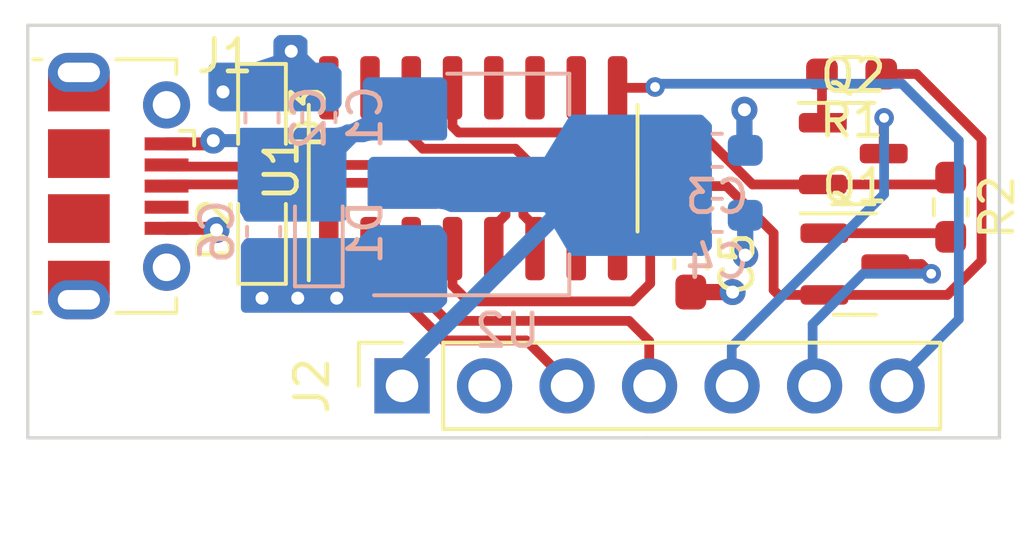
<source format=kicad_pcb>
(kicad_pcb (version 20221018) (generator pcbnew)
  (layers (0 "F.Cu" signal) (31 "B.Cu" signal) (34 "B.Paste" user) (35 "F.Paste" user) (36 "B.SilkS" user "B.Silkscreen") (37 "F.SilkS" user "F.Silkscreen") (38 "B.Mask" user) (39 "F.Mask" user) (44 "Edge.Cuts" user))
  (net 0 "")
  (net 1 "+5V")
  (net 2 "GND")
  (net 3 "+3.3V")
  (net 4 "/V3")
  (net 7 "/ESP_EN")
  (net 8 "/ESP_IO0")
  (net 9 "/ESP_RXD")
  (net 10 "/ESP_TXD")
  (net 11 "/RTS")
  (net 12 "/DTR")
  (net 19 "/D+")
  (net 20 "/D-")
  (net 21 "/CTS")
  (net 22 "/baseQ1")
  (net 23 "/baseQ2")
  (footprint "Diode_SMD:D_0603_1608Metric_Pad1.05x0.95mm_HandSolder" (layer "F.Cu") (at 130.4 99.1 90)
    (fp_text reference "D2" (at 0 -1.43 90) (layer "F.SilkS"))
    (fp_text value "D_TVS")
    (fp_line (start -1.66 -0.735) (end -1.66 0.735) (stroke (width 0.12)) (layer "F.SilkS"))
    (fp_line (start -1.66 0.735) (end 0.8 0.735) (stroke (width 0.12)) (layer "F.SilkS"))
    (fp_line (start 0.8 -0.735) (end -1.66 -0.735) (stroke (width 0.12)) (layer "F.SilkS"))
    (pad "1" smd roundrect (at -0.875 0 90) (size 1.05 0.95) (layers "F.Cu" "F.Paste" "F.Mask") (net 2 "GND"))
    (pad "2" smd roundrect (at 0.875 0 90) (size 1.05 0.95) (layers "F.Cu" "F.Paste" "F.Mask") (net 19 "/D+"))
  )
  (footprint "Package_TO_SOT_SMD:SOT-23" (layer "F.Cu") (at 148.65 100.15)
    (fp_text reference "Q1" (at 0 -2.4) (layer "F.SilkS"))
    (fp_text value "BC817")
    (fp_line (start 0 -1.56) (end -1.675 -1.56) (stroke (width 0.12)) (layer "F.SilkS"))
    (fp_line (start 0 -1.56) (end 0.65 -1.56) (stroke (width 0.12)) (layer "F.SilkS"))
    (fp_line (start 0 1.56) (end -0.65 1.56) (stroke (width 0.12)) (layer "F.SilkS"))
    (fp_line (start 0 1.56) (end 0.65 1.56) (stroke (width 0.12)) (layer "F.SilkS"))
    (pad "1" smd roundrect (at -0.9375 -0.95) (size 1.475 0.6) (layers "F.Cu" "F.Paste" "F.Mask") (net 22 "/baseQ1"))
    (pad "2" smd roundrect (at -0.9375 0.95) (size 1.475 0.6) (layers "F.Cu" "F.Paste" "F.Mask") (net 11 "/RTS"))
    (pad "3" smd roundrect (at 0.9375 0) (size 1.475 0.6) (layers "F.Cu" "F.Paste" "F.Mask") (net 7 "/ESP_EN"))
  )
  (footprint "Package_TO_SOT_SMD:SOT-23" (layer "F.Cu") (at 148.6 96.75)
    (fp_text reference "Q2" (at 0 -2.4) (layer "F.SilkS"))
    (fp_text value "BC817")
    (fp_line (start 0 -1.56) (end -1.675 -1.56) (stroke (width 0.12)) (layer "F.SilkS"))
    (fp_line (start 0 -1.56) (end 0.65 -1.56) (stroke (width 0.12)) (layer "F.SilkS"))
    (fp_line (start 0 1.56) (end -0.65 1.56) (stroke (width 0.12)) (layer "F.SilkS"))
    (fp_line (start 0 1.56) (end 0.65 1.56) (stroke (width 0.12)) (layer "F.SilkS"))
    (pad "1" smd roundrect (at -0.9375 -0.95) (size 1.475 0.6) (layers "F.Cu" "F.Paste" "F.Mask") (net 23 "/baseQ2"))
    (pad "2" smd roundrect (at -0.9375 0.95) (size 1.475 0.6) (layers "F.Cu" "F.Paste" "F.Mask") (net 12 "/DTR"))
    (pad "3" smd roundrect (at 0.9375 0) (size 1.475 0.6) (layers "F.Cu" "F.Paste" "F.Mask") (net 8 "/ESP_IO0"))
  )
  (footprint "Resistor_SMD:R_0603_1608Metric_Pad0.98x0.95mm_HandSolder" (layer "F.Cu") (at 151.6 98.4 -90)
    (fp_text reference "R2" (at 0 -1.43 90) (layer "F.SilkS"))
    (fp_text value "10k")
    (fp_line (start -0.254724 -0.5225) (end 0.254724 -0.5225) (stroke (width 0.12)) (layer "F.SilkS"))
    (fp_line (start -0.254724 0.5225) (end 0.254724 0.5225) (stroke (width 0.12)) (layer "F.SilkS"))
    (pad "1" smd roundrect (at -0.9125 0 270) (size 0.975 0.95) (layers "F.Cu" "F.Paste" "F.Mask") (net 12 "/DTR"))
    (pad "2" smd roundrect (at 0.9125 0 270) (size 0.975 0.95) (layers "F.Cu" "F.Paste" "F.Mask") (net 22 "/baseQ1"))
  )
  (footprint "Capacitor_SMD:C_0603_1608Metric_Pad1.08x0.95mm_HandSolder" (layer "F.Cu") (at 143.6 100.15 -90)
    (fp_text reference "C5" (at 0 -1.43 -270) (layer "F.SilkS"))
    (fp_text value "100nF")
    (fp_line (start -0.146267 -0.51) (end 0.146267 -0.51) (stroke (width 0.12)) (layer "F.SilkS"))
    (fp_line (start -0.146267 0.51) (end 0.146267 0.51) (stroke (width 0.12)) (layer "F.SilkS"))
    (pad "1" smd roundrect (at -0.8625 0 270) (size 1.075 0.95) (layers "F.Cu" "F.Paste" "F.Mask") (net 4 "/V3"))
    (pad "2" smd roundrect (at 0.8625 0 270) (size 1.075 0.95) (layers "F.Cu" "F.Paste" "F.Mask") (net 2 "GND"))
  )
  (footprint "Connector_PinSocket_2.54mm:PinSocket_1x07_P2.54mm_Vertical" (layer "F.Cu") (at 134.71 103.9 90)
    (fp_text reference "J2" (at 0 -2.77 90) (layer "F.SilkS"))
    (fp_text value "Conn_01x07")
    (fp_line (start -1.33 1.27) (end -1.33 16.57) (stroke (width 0.12)) (layer "F.SilkS"))
    (fp_line (start -1.33 1.27) (end 1.33 1.27) (stroke (width 0.12)) (layer "F.SilkS"))
    (fp_line (start -1.33 16.57) (end 1.33 16.57) (stroke (width 0.12)) (layer "F.SilkS"))
    (fp_line (start 0 -1.33) (end 1.33 -1.33) (stroke (width 0.12)) (layer "F.SilkS"))
    (fp_line (start 1.33 -1.33) (end 1.33 0) (stroke (width 0.12)) (layer "F.SilkS"))
    (fp_line (start 1.33 1.27) (end 1.33 16.57) (stroke (width 0.12)) (layer "F.SilkS"))
    (pad "1" thru_hole rect (at 0 0 90) (size 1.7 1.7) (drill 1) (layers "*.Cu" "*.Mask") (net 3 "+3.3V"))
    (pad "2" thru_hole oval (at 0 2.54 90) (size 1.7 1.7) (drill 1) (layers "*.Cu" "*.Mask") (net 2 "GND"))
    (pad "3" thru_hole oval (at 0 5.08 90) (size 1.7 1.7) (drill 1) (layers "*.Cu" "*.Mask") (net 10 "/ESP_TXD"))
    (pad "4" thru_hole oval (at 0 7.62 90) (size 1.7 1.7) (drill 1) (layers "*.Cu" "*.Mask") (net 9 "/ESP_RXD"))
    (pad "5" thru_hole oval (at 0 10.16 90) (size 1.7 1.7) (drill 1) (layers "*.Cu" "*.Mask") (net 8 "/ESP_IO0"))
    (pad "6" thru_hole oval (at 0 12.7 90) (size 1.7 1.7) (drill 1) (layers "*.Cu" "*.Mask") (net 7 "/ESP_EN"))
    (pad "7" thru_hole oval (at 0 15.24 90) (size 1.7 1.7) (drill 1) (layers "*.Cu" "*.Mask") (net 21 "/CTS"))
  )
  (footprint "Resistor_SMD:R_0603_1608Metric_Pad0.98x0.95mm_HandSolder" (layer "F.Cu") (at 148.55 94.3 180)
    (fp_text reference "R1" (at 0 -1.43) (layer "F.SilkS"))
    (fp_text value "10k")
    (fp_line (start -0.254724 -0.5225) (end 0.254724 -0.5225) (stroke (width 0.12)) (layer "F.SilkS"))
    (fp_line (start -0.254724 0.5225) (end 0.254724 0.5225) (stroke (width 0.12)) (layer "F.SilkS"))
    (pad "1" smd roundrect (at -0.9125 0 180) (size 0.975 0.95) (layers "F.Cu" "F.Paste" "F.Mask") (net 11 "/RTS"))
    (pad "2" smd roundrect (at 0.9125 0 180) (size 0.975 0.95) (layers "F.Cu" "F.Paste" "F.Mask") (net 23 "/baseQ2"))
  )
  (footprint "Package_SO:SOIC-16_3.9x9.9mm_P1.27mm" (layer "F.Cu") (at 136.9 97.2 90)
    (fp_text reference "U1" (at 0 -5.9 -270) (layer "F.SilkS"))
    (fp_text value "CH340C")
    (fp_line (start 0 -5.06) (end -3.45 -5.06) (stroke (width 0.12)) (layer "F.SilkS"))
    (fp_line (start 0 -5.06) (end 1.95 -5.06) (stroke (width 0.12)) (layer "F.SilkS"))
    (fp_line (start 0 5.06) (end -1.95 5.06) (stroke (width 0.12)) (layer "F.SilkS"))
    (fp_line (start 0 5.06) (end 1.95 5.06) (stroke (width 0.12)) (layer "F.SilkS"))
    (pad "1" smd roundrect (at -2.475 -4.445 90) (size 1.95 0.6) (layers "F.Cu" "F.Paste" "F.Mask") (net 2 "GND"))
    (pad "2" smd roundrect (at -2.475 -3.175 90) (size 1.95 0.6) (layers "F.Cu" "F.Paste" "F.Mask") (net 10 "/ESP_TXD"))
    (pad "3" smd roundrect (at -2.475 -1.905 90) (size 1.95 0.6) (layers "F.Cu" "F.Paste" "F.Mask") (net 9 "/ESP_RXD"))
    (pad "4" smd roundrect (at -2.475 -0.635 90) (size 1.95 0.6) (layers "F.Cu" "F.Paste" "F.Mask") (net 4 "/V3"))
    (pad "5" smd roundrect (at -2.475 0.635 90) (size 1.95 0.6) (layers "F.Cu" "F.Paste" "F.Mask") (net 19 "/D+"))
    (pad "6" smd roundrect (at -2.475 1.905 90) (size 1.95 0.6) (layers "F.Cu" "F.Paste" "F.Mask") (net 20 "/D-"))
    (pad "7" smd roundrect (at -2.475 3.175 90) (size 1.95 0.6) (layers "F.Cu" "F.Paste" "F.Mask"))
    (pad "8" smd roundrect (at -2.475 4.445 90) (size 1.95 0.6) (layers "F.Cu" "F.Paste" "F.Mask"))
    (pad "9" smd roundrect (at 2.475 4.445 90) (size 1.95 0.6) (layers "F.Cu" "F.Paste" "F.Mask") (net 21 "/CTS"))
    (pad "10" smd roundrect (at 2.475 3.175 90) (size 1.95 0.6) (layers "F.Cu" "F.Paste" "F.Mask"))
    (pad "11" smd roundrect (at 2.475 1.905 90) (size 1.95 0.6) (layers "F.Cu" "F.Paste" "F.Mask"))
    (pad "12" smd roundrect (at 2.475 0.635 90) (size 1.95 0.6) (layers "F.Cu" "F.Paste" "F.Mask"))
    (pad "13" smd roundrect (at 2.475 -0.635 90) (size 1.95 0.6) (layers "F.Cu" "F.Paste" "F.Mask") (net 12 "/DTR"))
    (pad "14" smd roundrect (at 2.475 -1.905 90) (size 1.95 0.6) (layers "F.Cu" "F.Paste" "F.Mask") (net 11 "/RTS"))
    (pad "15" smd roundrect (at 2.475 -3.175 90) (size 1.95 0.6) (layers "F.Cu" "F.Paste" "F.Mask"))
    (pad "16" smd roundrect (at 2.475 -4.445 90) (size 1.95 0.6) (layers "F.Cu" "F.Paste" "F.Mask") (net 1 "+5V"))
  )
  (footprint "Diode_SMD:D_0603_1608Metric_Pad1.05x0.95mm_HandSolder" (layer "F.Cu") (at 130.4 95.65 -90)
    (fp_text reference "D3" (at 0 -1.43 90) (layer "F.SilkS"))
    (fp_text value "D_TVS")
    (fp_line (start -1.66 -0.735) (end -1.66 0.735) (stroke (width 0.12)) (layer "F.SilkS"))
    (fp_line (start -1.66 0.735) (end 0.8 0.735) (stroke (width 0.12)) (layer "F.SilkS"))
    (fp_line (start 0.8 -0.735) (end -1.66 -0.735) (stroke (width 0.12)) (layer "F.SilkS"))
    (pad "1" smd roundrect (at -0.875 0 270) (size 1.05 0.95) (layers "F.Cu" "F.Paste" "F.Mask") (net 2 "GND"))
    (pad "2" smd roundrect (at 0.875 0 270) (size 1.05 0.95) (layers "F.Cu" "F.Paste" "F.Mask") (net 20 "/D-"))
  )
  (footprint "Connector_USB:USB_Micro-B_Molex-105017-0001" (layer "F.Cu") (at 126 97.75 -90)
    (fp_text reference "J1" (at -4 -3.2625) (layer "F.SilkS"))
    (fp_text value "USB_B_Micro")
    (fp_line (start -3.9 -1.7625) (end -3.45 -1.7625) (stroke (width 0.12)) (layer "F.SilkS"))
    (fp_line (start -3.9 0.0875) (end -3.9 -1.7625) (stroke (width 0.12)) (layer "F.SilkS"))
    (fp_line (start -3.9 2.6375) (end -3.9 2.3875) (stroke (width 0.12)) (layer "F.SilkS"))
    (fp_line (start -1.7 -2.3125) (end -1.7 -1.8625) (stroke (width 0.12)) (layer "F.SilkS"))
    (fp_line (start -1.7 -2.3125) (end -1.25 -2.3125) (stroke (width 0.12)) (layer "F.SilkS"))
    (fp_line (start 3.9 -1.7625) (end 3.45 -1.7625) (stroke (width 0.12)) (layer "F.SilkS"))
    (fp_line (start 3.9 0.0875) (end 3.9 -1.7625) (stroke (width 0.12)) (layer "F.SilkS"))
    (fp_line (start 3.9 2.6375) (end 3.9 2.3875) (stroke (width 0.12)) (layer "F.SilkS"))
    (pad "1" smd rect (at -1.3 -1.4625 270) (size 0.4 1.35) (layers "F.Cu" "F.Paste" "F.Mask") (net 1 "+5V"))
    (pad "2" smd rect (at -0.65 -1.4625 270) (size 0.4 1.35) (layers "F.Cu" "F.Paste" "F.Mask") (net 20 "/D-"))
    (pad "3" smd rect (at 0 -1.4625 270) (size 0.4 1.35) (layers "F.Cu" "F.Paste" "F.Mask") (net 19 "/D+"))
    (pad "4" smd rect (at 0.65 -1.4625 270) (size 0.4 1.35) (layers "F.Cu" "F.Paste" "F.Mask"))
    (pad "5" smd rect (at 1.3 -1.4625 270) (size 0.4 1.35) (layers "F.Cu" "F.Paste" "F.Mask") (net 2 "GND"))
    (pad "6" thru_hole oval (at -3.5 1.2375 90) (size 1.2 1.9) (drill oval 0.6 1.3) (layers "*.Cu" "*.Mask"))
    (pad "6" smd rect (at -2.9 1.2375 270) (size 1.2 1.9) (layers "F.Cu" "F.Mask"))
    (pad "6" thru_hole circle (at -2.5 -1.4625 270) (size 1.45 1.45) (drill 0.85) (layers "*.Cu" "*.Mask"))
    (pad "6" smd rect (at -1 1.2375 270) (size 1.5 1.9) (layers "F.Cu" "F.Paste" "F.Mask"))
    (pad "6" smd rect (at 1 1.2375 270) (size 1.5 1.9) (layers "F.Cu" "F.Paste" "F.Mask"))
    (pad "6" thru_hole circle (at 2.5 -1.4625 270) (size 1.45 1.45) (drill 0.85) (layers "*.Cu" "*.Mask"))
    (pad "6" smd rect (at 2.9 1.2375 270) (size 1.2 1.9) (layers "F.Cu" "F.Mask"))
    (pad "6" thru_hole oval (at 3.5 1.2375 270) (size 1.2 1.9) (drill oval 0.6 1.3) (layers "*.Cu" "*.Mask"))
  )
  (footprint "Capacitor_SMD:C_0603_1608Metric_Pad1.08x0.95mm_HandSolder" (layer "B.Cu") (at 130.45 99.15 -90)
    (fp_text reference "C6" (at 0 1.43 90) (layer "B.SilkS") (effects (justify mirror)))
    (fp_text value "100nF")
    (fp_line (start -0.146267 -0.51) (end 0.146267 -0.51) (stroke (width 0.12)) (layer "B.SilkS"))
    (fp_line (start -0.146267 0.51) (end 0.146267 0.51) (stroke (width 0.12)) (layer "B.SilkS"))
    (pad "1" smd roundrect (at -0.8625 0 270) (size 1.075 0.95) (layers "B.Cu" "B.Paste" "B.Mask") (net 1 "+5V"))
    (pad "2" smd roundrect (at 0.8625 0 270) (size 1.075 0.95) (layers "B.Cu" "B.Paste" "B.Mask") (net 2 "GND"))
  )
  (footprint "Diode_SMD:D_0603_1608Metric_Pad1.05x0.95mm_HandSolder" (layer "B.Cu") (at 132.15 99.175 90)
    (fp_text reference "D1" (at 0 1.43 90) (layer "B.SilkS") (effects (justify mirror)))
    (fp_text value "D_TVS")
    (fp_line (start -1.66 -0.735) (end 0.8 -0.735) (stroke (width 0.12)) (layer "B.SilkS"))
    (fp_line (start -1.66 0.735) (end -1.66 -0.735) (stroke (width 0.12)) (layer "B.SilkS"))
    (fp_line (start 0.8 0.735) (end -1.66 0.735) (stroke (width 0.12)) (layer "B.SilkS"))
    (pad "1" smd roundrect (at -0.875 0 90) (size 1.05 0.95) (layers "B.Cu" "B.Paste" "B.Mask") (net 2 "GND"))
    (pad "2" smd roundrect (at 0.875 0 90) (size 1.05 0.95) (layers "B.Cu" "B.Paste" "B.Mask") (net 1 "+5V"))
  )
  (footprint "Capacitor_SMD:C_0603_1608Metric_Pad1.08x0.95mm_HandSolder" (layer "B.Cu") (at 144.4125 96.65)
    (fp_text reference "C3" (at 0 1.43) (layer "B.SilkS") (effects (justify mirror)))
    (fp_text value "100nF")
    (fp_line (start -0.146267 -0.51) (end 0.146267 -0.51) (stroke (width 0.12)) (layer "B.SilkS"))
    (fp_line (start -0.146267 0.51) (end 0.146267 0.51) (stroke (width 0.12)) (layer "B.SilkS"))
    (pad "1" smd roundrect (at -0.8625 0) (size 1.075 0.95) (layers "B.Cu" "B.Paste" "B.Mask") (net 3 "+3.3V"))
    (pad "2" smd roundrect (at 0.8625 0) (size 1.075 0.95) (layers "B.Cu" "B.Paste" "B.Mask") (net 2 "GND"))
  )
  (footprint "Capacitor_SMD:C_0603_1608Metric_Pad1.08x0.95mm_HandSolder" (layer "B.Cu") (at 130.4 95.65 90)
    (fp_text reference "C2" (at 0 1.43 90) (layer "B.SilkS") (effects (justify mirror)))
    (fp_text value "100nF")
    (fp_line (start -0.146267 -0.51) (end 0.146267 -0.51) (stroke (width 0.12)) (layer "B.SilkS"))
    (fp_line (start -0.146267 0.51) (end 0.146267 0.51) (stroke (width 0.12)) (layer "B.SilkS"))
    (pad "1" smd roundrect (at -0.8625 0 90) (size 1.075 0.95) (layers "B.Cu" "B.Paste" "B.Mask") (net 1 "+5V"))
    (pad "2" smd roundrect (at 0.8625 0 90) (size 1.075 0.95) (layers "B.Cu" "B.Paste" "B.Mask") (net 2 "GND"))
  )
  (footprint "Package_TO_SOT_SMD:SOT-223-3_TabPin2" (layer "B.Cu") (at 137.95 97.7)
    (fp_text reference "U2" (at 0 4.5) (layer "B.SilkS") (effects (justify mirror)))
    (fp_text value "AMS1117-3.3")
    (fp_line (start -4.1 3.41) (end 1.91 3.41) (stroke (width 0.12)) (layer "B.SilkS"))
    (fp_line (start -1.85 -3.41) (end 1.91 -3.41) (stroke (width 0.12)) (layer "B.SilkS"))
    (fp_line (start 1.91 -3.41) (end 1.91 -2.15) (stroke (width 0.12)) (layer "B.SilkS"))
    (fp_line (start 1.91 3.41) (end 1.91 2.15) (stroke (width 0.12)) (layer "B.SilkS"))
    (pad "1" smd rect (at -3.15 2.3) (size 2 1.5) (layers "B.Cu" "B.Paste" "B.Mask") (net 2 "GND"))
    (pad "2" smd rect (at -3.15 0) (size 2 1.5) (layers "B.Cu" "B.Paste" "B.Mask") (net 3 "+3.3V"))
    (pad "2" smd rect (at 3.15 0) (size 2 3.8) (layers "B.Cu" "B.Paste" "B.Mask") (net 3 "+3.3V"))
    (pad "3" smd rect (at -3.15 -2.3) (size 2 1.5) (layers "B.Cu" "B.Paste" "B.Mask") (net 1 "+5V"))
  )
  (footprint "Capacitor_SMD:C_0603_1608Metric_Pad1.08x0.95mm_HandSolder" (layer "B.Cu") (at 144.4125 98.65)
    (fp_text reference "C4" (at 0 1.43) (layer "B.SilkS") (effects (justify mirror)))
    (fp_text value "10uF")
    (fp_line (start -0.146267 -0.51) (end 0.146267 -0.51) (stroke (width 0.12)) (layer "B.SilkS"))
    (fp_line (start -0.146267 0.51) (end 0.146267 0.51) (stroke (width 0.12)) (layer "B.SilkS"))
    (pad "1" smd roundrect (at -0.8625 0) (size 1.075 0.95) (layers "B.Cu" "B.Paste" "B.Mask") (net 3 "+3.3V"))
    (pad "2" smd roundrect (at 0.8625 0) (size 1.075 0.95) (layers "B.Cu" "B.Paste" "B.Mask") (net 2 "GND"))
  )
  (footprint "Capacitor_SMD:C_0603_1608Metric_Pad1.08x0.95mm_HandSolder" (layer "B.Cu") (at 132.15 95.6375 90)
    (fp_text reference "C1" (at 0 1.43 90) (layer "B.SilkS") (effects (justify mirror)))
    (fp_text value "10uF")
    (fp_line (start -0.146267 -0.51) (end 0.146267 -0.51) (stroke (width 0.12)) (layer "B.SilkS"))
    (fp_line (start -0.146267 0.51) (end 0.146267 0.51) (stroke (width 0.12)) (layer "B.SilkS"))
    (pad "1" smd roundrect (at -0.8625 0 90) (size 1.075 0.95) (layers "B.Cu" "B.Paste" "B.Mask") (net 1 "+5V"))
    (pad "2" smd roundrect (at 0.8625 0 90) (size 1.075 0.95) (layers "B.Cu" "B.Paste" "B.Mask") (net 2 "GND"))
  )
  (gr_line (start 123.19 92.8) (end 153.1 92.8) (stroke (width 0.1)) (layer "Edge.Cuts"))
  (gr_line (start 142.24 105.5) (end 123.19 105.5) (stroke (width 0.1)) (layer "Edge.Cuts"))
  (gr_line (start 153.1 105.5) (end 142.24 105.5) (stroke (width 0.1)) (layer "Edge.Cuts"))
  (gr_line (start 153.1 92.8) (end 153.1 105.5) (stroke (width 0.1)) (layer "Edge.Cuts"))
  (gr_line (start 123.19 105.5) (end 123.19 92.8) (stroke (width 0.1)) (layer "Edge.Cuts"))
  (segment (start 127.4625 96.45) (end 128.8 96.45) (width 0.4) (layer "F.Cu") (net 1))
  (segment (start 128.8 96.45) (end 128.9 96.35) (width 0.4) (layer "F.Cu") (net 1))
  (via (at 128.9 96.35) (size 0.8) (drill 0.4) (layers "F.Cu" "B.Cu") (net 1))
  (segment (start 130.2375 96.35) (end 130.4 96.5125) (width 0.4) (layer "B.Cu") (net 1))
  (segment (start 128.9 96.35) (end 130.2375 96.35) (width 0.4) (layer "B.Cu") (net 1))
  (segment (start 132.7 101.2) (end 132.455 100.955) (width 0.4) (layer "F.Cu") (net 2))
  (segment (start 127.4625 99.05) (end 128.95 99.05) (width 0.4) (layer "F.Cu") (net 2))
  (segment (start 144.8875 101.0125) (end 143.6 101.0125) (width 0.5) (layer "F.Cu") (net 2))
  (segment (start 128.95 99.05) (end 129 99.1) (width 0.4) (layer "F.Cu") (net 2))
  (segment (start 132.455 100.955) (end 132.455 99.675) (width 0.4) (layer "F.Cu") (net 2))
  (via (at 145.25 95.4) (size 0.8) (drill 0.4) (layers "F.Cu" "B.Cu") (net 2))
  (via (at 131.3 93.6) (size 0.8) (drill 0.4) (layers "F.Cu" "B.Cu") (net 2))
  (via (at 145.275 99.875) (size 0.8) (drill 0.4) (layers "F.Cu" "B.Cu") (net 2))
  (via (at 131.5 101.2) (size 0.8) (drill 0.4) (layers "F.Cu" "B.Cu") (net 2))
  (via (at 132.7 101.2) (size 0.8) (drill 0.4) (layers "F.Cu" "B.Cu") (net 2))
  (via (at 144.8875 101.0125) (size 0.8) (drill 0.4) (layers "F.Cu" "B.Cu") (net 2))
  (via (at 130.4 101.2) (size 0.8) (drill 0.4) (layers "F.Cu" "B.Cu") (net 2))
  (via (at 129.2 94.85) (size 0.8) (drill 0.4) (layers "F.Cu" "B.Cu") (net 2))
  (via (at 129 99.1) (size 0.8) (drill 0.4) (layers "F.Cu" "B.Cu") (net 2))
  (segment (start 145.25 96.5) (end 145.275 96.525) (width 0.5) (layer "B.Cu") (net 2))
  (segment (start 145.275 98.65) (end 145.275 99.875) (width 0.5) (layer "B.Cu") (net 2))
  (segment (start 145.25 99.7) (end 145.275 99.725) (width 0.5) (layer "B.Cu") (net 2))
  (segment (start 145.275 99.725) (end 145.275 99.875) (width 0.5) (layer "B.Cu") (net 2))
  (segment (start 145.275 96.525) (end 145.275 96.65) (width 0.5) (layer "B.Cu") (net 2))
  (segment (start 145.25 95.4) (end 145.25 96.5) (width 0.5) (layer "B.Cu") (net 2))
  (segment (start 141.1 97.7) (end 140.4 97.7) (width 0.5) (layer "B.Cu") (net 3))
  (segment (start 140.4 97.7) (end 134.7 103.4) (width 0.5) (layer "B.Cu") (net 3))
  (segment (start 141.1 97.7) (end 140.8 97.7) (width 0.5) (layer "B.Cu") (net 3))
  (segment (start 134.7 103.4) (end 134.7 103.75) (width 0.5) (layer "B.Cu") (net 3))
  (segment (start 142.35 99.7) (end 142.7625 99.2875) (width 0.3) (layer "F.Cu") (net 4))
  (segment (start 141.8 101.3) (end 142.35 100.75) (width 0.3) (layer "F.Cu") (net 4))
  (segment (start 136.265 100.815) (end 136.75 101.3) (width 0.3) (layer "F.Cu") (net 4))
  (segment (start 142.35 100.75) (end 142.35 99.7) (width 0.3) (layer "F.Cu") (net 4))
  (segment (start 136.265 99.675) (end 136.265 100.815) (width 0.3) (layer "F.Cu") (net 4))
  (segment (start 136.75 101.3) (end 141.8 101.3) (width 0.3) (layer "F.Cu") (net 4))
  (segment (start 142.7625 99.2875) (end 143.6 99.2875) (width 0.3) (layer "F.Cu") (net 4))
  (segment (start 150.7 100.15) (end 151 100.45) (width 0.3) (layer "F.Cu") (net 7))
  (segment (start 149.5875 100.15) (end 150.7 100.15) (width 0.3) (layer "F.Cu") (net 7))
  (via (at 151 100.45) (size 0.6) (drill 0.3) (layers "F.Cu" "B.Cu") (net 7))
  (segment (start 147.35 102) (end 147.35 103.67) (width 0.3) (layer "B.Cu") (net 7))
  (segment (start 147.35 103.67) (end 147.43 103.75) (width 0.3) (layer "B.Cu") (net 7))
  (segment (start 148.9 100.45) (end 147.35 102) (width 0.3) (layer "B.Cu") (net 7))
  (segment (start 151 100.45) (end 148.9 100.45) (width 0.3) (layer "B.Cu") (net 7))
  (segment (start 149.5375 96.75) (end 149.5375 95.6625) (width 0.3) (layer "F.Cu") (net 8))
  (segment (start 149.5375 95.6625) (end 149.55 95.65) (width 0.3) (layer "F.Cu") (net 8))
  (via (at 149.55 95.65) (size 0.6) (drill 0.3) (layers "F.Cu" "B.Cu") (net 8))
  (segment (start 144.86 102.69) (end 144.86 103.75) (width 0.3) (layer "B.Cu") (net 8))
  (segment (start 149.55 98) (end 144.86 102.69) (width 0.3) (layer "B.Cu") (net 8))
  (segment (start 149.55 95.65) (end 149.55 98) (width 0.3) (layer "B.Cu") (net 8))
  (segment (start 136.1 101.9) (end 141.7 101.9) (width 0.3) (layer "F.Cu") (net 9))
  (segment (start 134.995 100.795) (end 136.1 101.9) (width 0.3) (layer "F.Cu") (net 9))
  (segment (start 141.7 101.9) (end 142.32 102.52) (width 0.3) (layer "F.Cu") (net 9))
  (segment (start 134.995 99.675) (end 134.995 100.795) (width 0.3) (layer "F.Cu") (net 9))
  (segment (start 142.32 102.52) (end 142.32 103.75) (width 0.3) (layer "F.Cu") (net 9))
  (segment (start 133.725 100.232106) (end 135.992894 102.5) (width 0.3) (layer "F.Cu") (net 10))
  (segment (start 135.992894 102.5) (end 138.53 102.5) (width 0.3) (layer "F.Cu") (net 10))
  (segment (start 138.53 102.5) (end 139.78 103.75) (width 0.3) (layer "F.Cu") (net 10))
  (segment (start 133.725 99.675) (end 133.725 100.232106) (width 0.3) (layer "F.Cu") (net 10))
  (segment (start 135.35 96.6) (end 138.2 96.6) (width 0.3) (layer "F.Cu") (net 11))
  (segment (start 152.55 100.05) (end 152.55 96.3) (width 0.3) (layer "F.Cu") (net 11))
  (segment (start 152.55 96.3) (end 150.55 94.3) (width 0.3) (layer "F.Cu") (net 11))
  (segment (start 151.5 101.1) (end 152.55 100.05) (width 0.3) (layer "F.Cu") (net 11))
  (segment (start 139.35 97.75) (end 144.7 97.75) (width 0.3) (layer "F.Cu") (net 11))
  (segment (start 144.7 97.75) (end 146.15 99.2) (width 0.3) (layer "F.Cu") (net 11))
  (segment (start 146.3 101.1) (end 151.5 101.1) (width 0.3) (layer "F.Cu") (net 11))
  (segment (start 146.15 99.2) (end 146.15 100.95) (width 0.3) (layer "F.Cu") (net 11))
  (segment (start 134.995 96.245) (end 135.35 96.6) (width 0.3) (layer "F.Cu") (net 11))
  (segment (start 150.55 94.3) (end 149.4625 94.3) (width 0.3) (layer "F.Cu") (net 11))
  (segment (start 146.15 100.95) (end 146.3 101.1) (width 0.3) (layer "F.Cu") (net 11))
  (segment (start 134.995 94.725) (end 134.995 96.245) (width 0.3) (layer "F.Cu") (net 11))
  (segment (start 138.2 96.6) (end 139.35 97.75) (width 0.3) (layer "F.Cu") (net 11))
  (segment (start 136.45 96.1) (end 143.9 96.1) (width 0.3) (layer "F.Cu") (net 12))
  (segment (start 151.5875 97.7) (end 151.6 97.6875) (width 0.3) (layer "F.Cu") (net 12))
  (segment (start 147.6625 97.7) (end 151.5875 97.7) (width 0.3) (layer "F.Cu") (net 12))
  (segment (start 136.265 95.915) (end 136.45 96.1) (width 0.3) (layer "F.Cu") (net 12))
  (segment (start 136.265 94.725) (end 136.265 95.915) (width 0.3) (layer "F.Cu") (net 12))
  (segment (start 145.5 97.7) (end 147.35 97.7) (width 0.3) (layer "F.Cu") (net 12))
  (segment (start 143.9 96.1) (end 145.5 97.7) (width 0.3) (layer "F.Cu") (net 12))
  (segment (start 137.895 98.64) (end 137.535 99) (width 0.3) (layer "F.Cu") (net 19))
  (segment (start 127.4625 97.75) (end 127.5125 97.7) (width 0.3) (layer "F.Cu") (net 19))
  (segment (start 137.535 99) (end 137.535 99.675) (width 0.3) (layer "F.Cu") (net 19))
  (segment (start 127.5125 97.7) (end 129.75 97.7) (width 0.3) (layer "F.Cu") (net 19))
  (segment (start 137.895 98.049219) (end 137.895 98.64) (width 0.3) (layer "F.Cu") (net 19))
  (segment (start 131.762501 97.65) (end 137.495781 97.65) (width 0.3) (layer "F.Cu") (net 19))
  (segment (start 131.187501 98.225) (end 131.762501 97.65) (width 0.3) (layer "F.Cu") (net 19))
  (segment (start 137.495781 97.65) (end 137.895 98.049219) (width 0.3) (layer "F.Cu") (net 19))
  (segment (start 130.4 98.225) (end 131.187501 98.225) (width 0.3) (layer "F.Cu") (net 19))
  (segment (start 130.275 98.225) (end 130.4 98.225) (width 0.3) (layer "F.Cu") (net 19))
  (segment (start 129.75 97.7) (end 130.275 98.225) (width 0.3) (layer "F.Cu") (net 19))
  (segment (start 127.5125 97.15) (end 129.775 97.15) (width 0.3) (layer "F.Cu") (net 20))
  (segment (start 138.445 97.821399) (end 138.445 98.64) (width 0.3) (layer "F.Cu") (net 20))
  (segment (start 130.4 96.525) (end 131.187501 96.525) (width 0.3) (layer "F.Cu") (net 20))
  (segment (start 138.445 98.64) (end 138.805 99) (width 0.3) (layer "F.Cu") (net 20))
  (segment (start 129.775 97.15) (end 130.4 96.525) (width 0.3) (layer "F.Cu") (net 20))
  (segment (start 131.762501 97.1) (end 137.723601 97.1) (width 0.3) (layer "F.Cu") (net 20))
  (segment (start 137.723601 97.1) (end 138.445 97.821399) (width 0.3) (layer "F.Cu") (net 20))
  (segment (start 131.187501 96.525) (end 131.762501 97.1) (width 0.3) (layer "F.Cu") (net 20))
  (segment (start 138.805 99) (end 138.805 99.675) (width 0.3) (layer "F.Cu") (net 20))
  (segment (start 127.4625 97.1) (end 127.5125 97.15) (width 0.3) (layer "F.Cu") (net 20))
  (segment (start 142.475 94.725) (end 142.5 94.7) (width 0.3) (layer "F.Cu") (net 21))
  (segment (start 141.345 94.725) (end 142.475 94.725) (width 0.3) (layer "F.Cu") (net 21))
  (via (at 142.5 94.7) (size 0.6) (drill 0.3) (layers "F.Cu" "B.Cu") (net 21))
  (segment (start 142.6 94.6) (end 150.1 94.6) (width 0.3) (layer "B.Cu") (net 21))
  (segment (start 151.85 96.35) (end 151.85 101.85) (width 0.3) (layer "B.Cu") (net 21))
  (segment (start 142.5 94.7) (end 142.6 94.6) (width 0.3) (layer "B.Cu") (net 21))
  (segment (start 149.95 103.75) (end 149.94 103.75) (width 0.3) (layer "B.Cu") (net 21))
  (segment (start 151.85 101.85) (end 149.95 103.75) (width 0.3) (layer "B.Cu") (net 21))
  (segment (start 150.1 94.6) (end 151.85 96.35) (width 0.3) (layer "B.Cu") (net 21))
  (segment (start 147.7125 99.2) (end 151.2875 99.2) (width 0.3) (layer "F.Cu") (net 22))
  (segment (start 151.2875 99.2) (end 151.6 99.5125) (width 0.3) (layer "F.Cu") (net 22))
  (segment (start 147.6375 95.775) (end 147.6625 95.8) (width 0.3) (layer "F.Cu") (net 23))
  (segment (start 147.6375 94.3) (end 147.6375 95.775) (width 0.3) (layer "F.Cu") (net 23))
  (zone (net 1) (net_name "+5V") (layer "B.Cu") (connect_pads yes (clearance 0.5)) (min_thickness 0.25) (fill yes (thermal_gap 0.5) (thermal_bridge_width 0.5))
    (polygon (pts (xy 129.8 99) (xy 129.65 98.85) (xy 129.65 95.95) (xy 129.75 95.85) (xy 133.1 95.85) (xy 133.5 95.65) (xy 133.5 94.55) (xy 133.6 94.4) (xy 135.95 94.4) (xy 136.1 94.5) (xy 136.1 96.25) (xy 135.95 96.4) (xy 133.3 96.4) (xy 133 96.7) (xy 133 98.8) (xy 132.8 99)))
  )
  (zone (net 3) (net_name "+3.3V") (layer "B.Cu") (priority 1) (connect_pads yes (clearance 0.5)) (min_thickness 0.25) (fill yes (thermal_gap 0.5) (thermal_bridge_width 0.5))
    (polygon (pts (xy 134.75 98.55) (xy 139.1 98.55) (xy 139.9 99.9) (xy 144 99.9) (xy 144.25 99.65) (xy 144.25 95.85) (xy 143.95 95.55) (xy 139.9 95.55) (xy 139.9 95.55) (xy 139.8 95.7) (xy 139.1 96.85) (xy 133.75 96.85) (xy 133.65 97) (xy 133.65 98.45) (xy 133.75 98.55)))
  )
  (zone (net 2) (net_name "GND") (layer "B.Cu") (priority 3) (connect_pads yes (clearance 0.5)) (min_thickness 0.25) (fill yes (thermal_gap 0.5) (thermal_bridge_width 0.5))
    (polygon (pts (xy 132.7 95.45) (xy 129.1 95.45) (xy 128.75 95.25) (xy 128.75 94.05) (xy 128.9 93.95) (xy 130.15 93.95) (xy 130.75 93.75) (xy 130.75 93.25) (xy 130.9 93.1) (xy 131.6 93.1) (xy 131.75 93.2) (xy 131.8 93.25) (xy 131.8 93.7) (xy 132.05 93.95) (xy 132.6 93.95) (xy 132.85 94.2) (xy 132.85 95.25)))
  )
  (zone (net 2) (net_name "GND") (layer "B.Cu") (priority 2) (connect_pads yes (clearance 0.5)) (min_thickness 0.25) (fill yes (thermal_gap 0.5) (thermal_bridge_width 0.5))
    (polygon (pts (xy 135.9 98.95) (xy 136.1 99.25) (xy 136.1 101.35) (xy 135.9 101.85) (xy 133.65 101.85) (xy 133.5 101.85) (xy 129.95 101.85) (xy 129.75 101.55) (xy 129.75 99.55) (xy 129.9 99.35) (xy 133.4 99.35) (xy 133.8 98.95)))
  )
)
</source>
